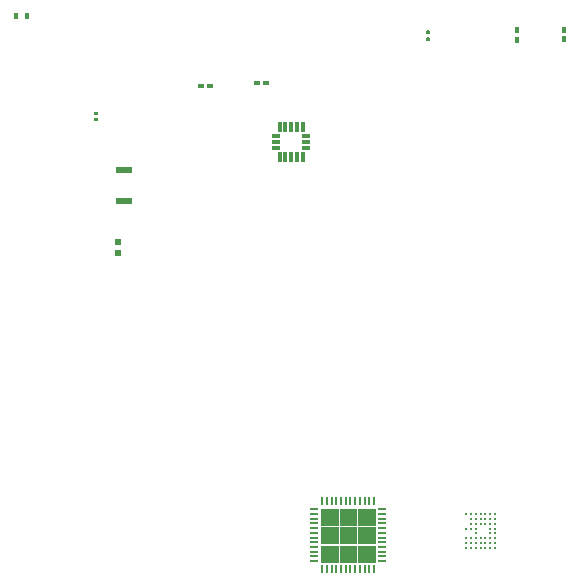
<source format=gtp>
G75*
%MOIN*%
%OFA0B0*%
%FSLAX25Y25*%
%IPPOS*%
%LPD*%
%AMOC8*
5,1,8,0,0,1.08239X$1,22.5*
%
%ADD10R,0.05354X0.02441*%
%ADD11R,0.01200X0.02200*%
%ADD12R,0.02200X0.01200*%
%ADD13R,0.01800X0.02000*%
%ADD14C,0.00709*%
%ADD15R,0.02441X0.02283*%
%ADD16C,0.00197*%
%ADD17C,0.00787*%
%ADD18R,0.01181X0.03642*%
%ADD19R,0.03150X0.01181*%
%ADD20R,0.02600X0.01000*%
%ADD21R,0.01000X0.02600*%
%ADD22C,0.00100*%
D10*
X0063965Y0228454D03*
X0063965Y0238612D03*
D11*
X0194984Y0282261D03*
X0194984Y0285361D03*
X0210463Y0285557D03*
X0210463Y0282457D03*
D12*
X0111314Y0267772D03*
X0108214Y0267772D03*
X0092698Y0266916D03*
X0089598Y0266916D03*
D13*
X0031717Y0290009D03*
X0028117Y0290009D03*
D14*
X0165072Y0285065D02*
X0165072Y0284435D01*
X0165072Y0285065D02*
X0165780Y0285065D01*
X0165780Y0284435D01*
X0165072Y0284435D01*
X0165072Y0282860D02*
X0165072Y0282230D01*
X0165072Y0282860D02*
X0165780Y0282860D01*
X0165780Y0282230D01*
X0165072Y0282230D01*
D15*
X0062024Y0214848D03*
X0062024Y0211147D03*
D16*
X0054833Y0255568D02*
X0054046Y0255568D01*
X0054008Y0255575D01*
X0053976Y0255597D01*
X0053955Y0255629D01*
X0053947Y0255666D01*
X0053947Y0256109D01*
X0053955Y0256147D01*
X0053976Y0256179D01*
X0054008Y0256200D01*
X0054046Y0256208D01*
X0054833Y0256208D01*
X0054871Y0256200D01*
X0054903Y0256179D01*
X0054924Y0256147D01*
X0054932Y0256109D01*
X0054932Y0255912D01*
X0054932Y0255666D01*
X0054924Y0255629D01*
X0054903Y0255597D01*
X0054871Y0255575D01*
X0054833Y0255568D01*
X0054932Y0255726D02*
X0053947Y0255726D01*
X0053947Y0255922D02*
X0054932Y0255922D01*
X0054930Y0256117D02*
X0053949Y0256117D01*
X0054046Y0257487D02*
X0054833Y0257487D01*
X0054871Y0257495D01*
X0054903Y0257516D01*
X0054924Y0257548D01*
X0054932Y0257586D01*
X0054932Y0257782D01*
X0054932Y0258028D01*
X0054924Y0258066D01*
X0054903Y0258098D01*
X0054871Y0258119D01*
X0054833Y0258127D01*
X0054046Y0258127D01*
X0054008Y0258119D01*
X0053976Y0258098D01*
X0053955Y0258066D01*
X0053947Y0258028D01*
X0053947Y0257586D01*
X0053955Y0257548D01*
X0053976Y0257516D01*
X0054008Y0257495D01*
X0054046Y0257487D01*
X0053947Y0257680D02*
X0054932Y0257680D01*
X0054932Y0257875D02*
X0053947Y0257875D01*
X0053958Y0258071D02*
X0054921Y0258071D01*
D17*
X0178083Y0123963D03*
X0179657Y0123963D03*
X0179657Y0122388D03*
X0179657Y0120814D03*
X0181232Y0120814D03*
X0181232Y0122388D03*
X0182807Y0122388D03*
X0182807Y0120814D03*
X0184382Y0120814D03*
X0184382Y0122388D03*
X0185957Y0122388D03*
X0185957Y0120814D03*
X0187531Y0120814D03*
X0187531Y0122388D03*
X0187531Y0123963D03*
X0185957Y0123963D03*
X0184382Y0123963D03*
X0182807Y0123963D03*
X0181232Y0123963D03*
X0181232Y0119239D03*
X0179657Y0119239D03*
X0178083Y0119239D03*
X0178083Y0116089D03*
X0179657Y0116089D03*
X0179657Y0114514D03*
X0179657Y0112940D03*
X0178083Y0112940D03*
X0178083Y0114514D03*
X0181232Y0114514D03*
X0181232Y0112940D03*
X0182807Y0112940D03*
X0182807Y0114514D03*
X0184382Y0114514D03*
X0184382Y0112940D03*
X0185957Y0112940D03*
X0187531Y0112940D03*
X0187531Y0114514D03*
X0185957Y0114514D03*
X0185957Y0116089D03*
X0187531Y0116089D03*
X0187531Y0117664D03*
X0185957Y0117664D03*
X0185957Y0119239D03*
X0187531Y0119239D03*
X0184382Y0116089D03*
X0182807Y0116089D03*
X0181232Y0116089D03*
X0181232Y0117664D03*
D18*
X0123676Y0243093D03*
X0121707Y0243093D03*
X0119739Y0243093D03*
X0117770Y0243093D03*
X0115802Y0243093D03*
X0115802Y0253231D03*
X0117770Y0253231D03*
X0119739Y0253231D03*
X0121707Y0253231D03*
X0123676Y0253231D03*
D19*
X0124759Y0250130D03*
X0124759Y0248162D03*
X0124759Y0246193D03*
X0114719Y0246193D03*
X0114719Y0248162D03*
X0114719Y0250130D03*
D20*
X0127333Y0108383D03*
X0127333Y0109957D03*
X0127333Y0111532D03*
X0127333Y0113107D03*
X0127333Y0114682D03*
X0127333Y0116257D03*
X0127333Y0117831D03*
X0127333Y0119406D03*
X0127333Y0120981D03*
X0127333Y0122556D03*
X0127333Y0124131D03*
X0127333Y0125705D03*
X0149933Y0125705D03*
X0149933Y0124131D03*
X0149933Y0122556D03*
X0149933Y0120981D03*
X0149933Y0119406D03*
X0149933Y0117831D03*
X0149933Y0116257D03*
X0149933Y0114682D03*
X0149933Y0113107D03*
X0149933Y0111532D03*
X0149933Y0109957D03*
X0149933Y0108383D03*
D21*
X0147295Y0105744D03*
X0145720Y0105744D03*
X0144145Y0105744D03*
X0142570Y0105744D03*
X0140996Y0105744D03*
X0139421Y0105744D03*
X0137846Y0105744D03*
X0136271Y0105744D03*
X0134696Y0105744D03*
X0133122Y0105744D03*
X0131547Y0105744D03*
X0129972Y0105744D03*
X0129972Y0128344D03*
X0131547Y0128344D03*
X0133122Y0128344D03*
X0134696Y0128344D03*
X0136271Y0128344D03*
X0137846Y0128344D03*
X0139421Y0128344D03*
X0140996Y0128344D03*
X0142570Y0128344D03*
X0144145Y0128344D03*
X0145720Y0128344D03*
X0147295Y0128344D03*
D22*
X0147490Y0125900D02*
X0142110Y0125900D01*
X0142110Y0120521D01*
X0147490Y0120521D01*
X0147490Y0125900D01*
X0147490Y0125895D02*
X0142110Y0125895D01*
X0142110Y0125796D02*
X0147490Y0125796D01*
X0147490Y0125698D02*
X0142110Y0125698D01*
X0142110Y0125599D02*
X0147490Y0125599D01*
X0147490Y0125501D02*
X0142110Y0125501D01*
X0142110Y0125402D02*
X0147490Y0125402D01*
X0147490Y0125304D02*
X0142110Y0125304D01*
X0142110Y0125205D02*
X0147490Y0125205D01*
X0147490Y0125107D02*
X0142110Y0125107D01*
X0142110Y0125008D02*
X0147490Y0125008D01*
X0147490Y0124910D02*
X0142110Y0124910D01*
X0142110Y0124811D02*
X0147490Y0124811D01*
X0147490Y0124713D02*
X0142110Y0124713D01*
X0142110Y0124614D02*
X0147490Y0124614D01*
X0147490Y0124516D02*
X0142110Y0124516D01*
X0142110Y0124417D02*
X0147490Y0124417D01*
X0147490Y0124319D02*
X0142110Y0124319D01*
X0142110Y0124220D02*
X0147490Y0124220D01*
X0147490Y0124122D02*
X0142110Y0124122D01*
X0142110Y0124023D02*
X0147490Y0124023D01*
X0147490Y0123925D02*
X0142110Y0123925D01*
X0142110Y0123826D02*
X0147490Y0123826D01*
X0147490Y0123728D02*
X0142110Y0123728D01*
X0142110Y0123629D02*
X0147490Y0123629D01*
X0147490Y0123530D02*
X0142110Y0123530D01*
X0142110Y0123432D02*
X0147490Y0123432D01*
X0147490Y0123333D02*
X0142110Y0123333D01*
X0142110Y0123235D02*
X0147490Y0123235D01*
X0147490Y0123136D02*
X0142110Y0123136D01*
X0142110Y0123038D02*
X0147490Y0123038D01*
X0147490Y0122939D02*
X0142110Y0122939D01*
X0142110Y0122841D02*
X0147490Y0122841D01*
X0147490Y0122742D02*
X0142110Y0122742D01*
X0142110Y0122644D02*
X0147490Y0122644D01*
X0147490Y0122545D02*
X0142110Y0122545D01*
X0142110Y0122447D02*
X0147490Y0122447D01*
X0147490Y0122348D02*
X0142110Y0122348D01*
X0142110Y0122250D02*
X0147490Y0122250D01*
X0147490Y0122151D02*
X0142110Y0122151D01*
X0142110Y0122053D02*
X0147490Y0122053D01*
X0147490Y0121954D02*
X0142110Y0121954D01*
X0142110Y0121856D02*
X0147490Y0121856D01*
X0147490Y0121757D02*
X0142110Y0121757D01*
X0142110Y0121659D02*
X0147490Y0121659D01*
X0147490Y0121560D02*
X0142110Y0121560D01*
X0142110Y0121462D02*
X0147490Y0121462D01*
X0147490Y0121363D02*
X0142110Y0121363D01*
X0142110Y0121265D02*
X0147490Y0121265D01*
X0147490Y0121166D02*
X0142110Y0121166D01*
X0142110Y0121068D02*
X0147490Y0121068D01*
X0147490Y0120969D02*
X0142110Y0120969D01*
X0142110Y0120871D02*
X0147490Y0120871D01*
X0147490Y0120772D02*
X0142110Y0120772D01*
X0142110Y0120674D02*
X0147490Y0120674D01*
X0147490Y0120575D02*
X0142110Y0120575D01*
X0141323Y0120575D02*
X0135944Y0120575D01*
X0135944Y0120521D02*
X0141323Y0120521D01*
X0141323Y0125900D01*
X0135944Y0125900D01*
X0135944Y0120521D01*
X0135944Y0120674D02*
X0141323Y0120674D01*
X0141323Y0120772D02*
X0135944Y0120772D01*
X0135944Y0120871D02*
X0141323Y0120871D01*
X0141323Y0120969D02*
X0135944Y0120969D01*
X0135944Y0121068D02*
X0141323Y0121068D01*
X0141323Y0121166D02*
X0135944Y0121166D01*
X0135944Y0121265D02*
X0141323Y0121265D01*
X0141323Y0121363D02*
X0135944Y0121363D01*
X0135944Y0121462D02*
X0141323Y0121462D01*
X0141323Y0121560D02*
X0135944Y0121560D01*
X0135944Y0121659D02*
X0141323Y0121659D01*
X0141323Y0121757D02*
X0135944Y0121757D01*
X0135944Y0121856D02*
X0141323Y0121856D01*
X0141323Y0121954D02*
X0135944Y0121954D01*
X0135944Y0122053D02*
X0141323Y0122053D01*
X0141323Y0122151D02*
X0135944Y0122151D01*
X0135944Y0122250D02*
X0141323Y0122250D01*
X0141323Y0122348D02*
X0135944Y0122348D01*
X0135944Y0122447D02*
X0141323Y0122447D01*
X0141323Y0122545D02*
X0135944Y0122545D01*
X0135944Y0122644D02*
X0141323Y0122644D01*
X0141323Y0122742D02*
X0135944Y0122742D01*
X0135944Y0122841D02*
X0141323Y0122841D01*
X0141323Y0122939D02*
X0135944Y0122939D01*
X0135944Y0123038D02*
X0141323Y0123038D01*
X0141323Y0123136D02*
X0135944Y0123136D01*
X0135944Y0123235D02*
X0141323Y0123235D01*
X0141323Y0123333D02*
X0135944Y0123333D01*
X0135944Y0123432D02*
X0141323Y0123432D01*
X0141323Y0123530D02*
X0135944Y0123530D01*
X0135944Y0123629D02*
X0141323Y0123629D01*
X0141323Y0123728D02*
X0135944Y0123728D01*
X0135944Y0123826D02*
X0141323Y0123826D01*
X0141323Y0123925D02*
X0135944Y0123925D01*
X0135944Y0124023D02*
X0141323Y0124023D01*
X0141323Y0124122D02*
X0135944Y0124122D01*
X0135944Y0124220D02*
X0141323Y0124220D01*
X0141323Y0124319D02*
X0135944Y0124319D01*
X0135944Y0124417D02*
X0141323Y0124417D01*
X0141323Y0124516D02*
X0135944Y0124516D01*
X0135944Y0124614D02*
X0141323Y0124614D01*
X0141323Y0124713D02*
X0135944Y0124713D01*
X0135944Y0124811D02*
X0141323Y0124811D01*
X0141323Y0124910D02*
X0135944Y0124910D01*
X0135944Y0125008D02*
X0141323Y0125008D01*
X0141323Y0125107D02*
X0135944Y0125107D01*
X0135944Y0125205D02*
X0141323Y0125205D01*
X0141323Y0125304D02*
X0135944Y0125304D01*
X0135944Y0125402D02*
X0141323Y0125402D01*
X0141323Y0125501D02*
X0135944Y0125501D01*
X0135944Y0125599D02*
X0141323Y0125599D01*
X0141323Y0125698D02*
X0135944Y0125698D01*
X0135944Y0125796D02*
X0141323Y0125796D01*
X0141323Y0125895D02*
X0135944Y0125895D01*
X0135156Y0125895D02*
X0129777Y0125895D01*
X0129777Y0125900D02*
X0135156Y0125900D01*
X0135156Y0120521D01*
X0129777Y0120521D01*
X0129777Y0125900D01*
X0129777Y0125796D02*
X0135156Y0125796D01*
X0135156Y0125698D02*
X0129777Y0125698D01*
X0129777Y0125599D02*
X0135156Y0125599D01*
X0135156Y0125501D02*
X0129777Y0125501D01*
X0129777Y0125402D02*
X0135156Y0125402D01*
X0135156Y0125304D02*
X0129777Y0125304D01*
X0129777Y0125205D02*
X0135156Y0125205D01*
X0135156Y0125107D02*
X0129777Y0125107D01*
X0129777Y0125008D02*
X0135156Y0125008D01*
X0135156Y0124910D02*
X0129777Y0124910D01*
X0129777Y0124811D02*
X0135156Y0124811D01*
X0135156Y0124713D02*
X0129777Y0124713D01*
X0129777Y0124614D02*
X0135156Y0124614D01*
X0135156Y0124516D02*
X0129777Y0124516D01*
X0129777Y0124417D02*
X0135156Y0124417D01*
X0135156Y0124319D02*
X0129777Y0124319D01*
X0129777Y0124220D02*
X0135156Y0124220D01*
X0135156Y0124122D02*
X0129777Y0124122D01*
X0129777Y0124023D02*
X0135156Y0124023D01*
X0135156Y0123925D02*
X0129777Y0123925D01*
X0129777Y0123826D02*
X0135156Y0123826D01*
X0135156Y0123728D02*
X0129777Y0123728D01*
X0129777Y0123629D02*
X0135156Y0123629D01*
X0135156Y0123530D02*
X0129777Y0123530D01*
X0129777Y0123432D02*
X0135156Y0123432D01*
X0135156Y0123333D02*
X0129777Y0123333D01*
X0129777Y0123235D02*
X0135156Y0123235D01*
X0135156Y0123136D02*
X0129777Y0123136D01*
X0129777Y0123038D02*
X0135156Y0123038D01*
X0135156Y0122939D02*
X0129777Y0122939D01*
X0129777Y0122841D02*
X0135156Y0122841D01*
X0135156Y0122742D02*
X0129777Y0122742D01*
X0129777Y0122644D02*
X0135156Y0122644D01*
X0135156Y0122545D02*
X0129777Y0122545D01*
X0129777Y0122447D02*
X0135156Y0122447D01*
X0135156Y0122348D02*
X0129777Y0122348D01*
X0129777Y0122250D02*
X0135156Y0122250D01*
X0135156Y0122151D02*
X0129777Y0122151D01*
X0129777Y0122053D02*
X0135156Y0122053D01*
X0135156Y0121954D02*
X0129777Y0121954D01*
X0129777Y0121856D02*
X0135156Y0121856D01*
X0135156Y0121757D02*
X0129777Y0121757D01*
X0129777Y0121659D02*
X0135156Y0121659D01*
X0135156Y0121560D02*
X0129777Y0121560D01*
X0129777Y0121462D02*
X0135156Y0121462D01*
X0135156Y0121363D02*
X0129777Y0121363D01*
X0129777Y0121265D02*
X0135156Y0121265D01*
X0135156Y0121166D02*
X0129777Y0121166D01*
X0129777Y0121068D02*
X0135156Y0121068D01*
X0135156Y0120969D02*
X0129777Y0120969D01*
X0129777Y0120871D02*
X0135156Y0120871D01*
X0135156Y0120772D02*
X0129777Y0120772D01*
X0129777Y0120674D02*
X0135156Y0120674D01*
X0135156Y0120575D02*
X0129777Y0120575D01*
X0129777Y0119734D02*
X0135156Y0119734D01*
X0135156Y0114354D01*
X0129777Y0114354D01*
X0129777Y0119734D01*
X0129777Y0119689D02*
X0135156Y0119689D01*
X0135156Y0119590D02*
X0129777Y0119590D01*
X0129777Y0119492D02*
X0135156Y0119492D01*
X0135156Y0119393D02*
X0129777Y0119393D01*
X0129777Y0119295D02*
X0135156Y0119295D01*
X0135156Y0119196D02*
X0129777Y0119196D01*
X0129777Y0119097D02*
X0135156Y0119097D01*
X0135156Y0118999D02*
X0129777Y0118999D01*
X0129777Y0118900D02*
X0135156Y0118900D01*
X0135156Y0118802D02*
X0129777Y0118802D01*
X0129777Y0118703D02*
X0135156Y0118703D01*
X0135156Y0118605D02*
X0129777Y0118605D01*
X0129777Y0118506D02*
X0135156Y0118506D01*
X0135156Y0118408D02*
X0129777Y0118408D01*
X0129777Y0118309D02*
X0135156Y0118309D01*
X0135156Y0118211D02*
X0129777Y0118211D01*
X0129777Y0118112D02*
X0135156Y0118112D01*
X0135156Y0118014D02*
X0129777Y0118014D01*
X0129777Y0117915D02*
X0135156Y0117915D01*
X0135156Y0117817D02*
X0129777Y0117817D01*
X0129777Y0117718D02*
X0135156Y0117718D01*
X0135156Y0117620D02*
X0129777Y0117620D01*
X0129777Y0117521D02*
X0135156Y0117521D01*
X0135156Y0117423D02*
X0129777Y0117423D01*
X0129777Y0117324D02*
X0135156Y0117324D01*
X0135156Y0117226D02*
X0129777Y0117226D01*
X0129777Y0117127D02*
X0135156Y0117127D01*
X0135156Y0117029D02*
X0129777Y0117029D01*
X0129777Y0116930D02*
X0135156Y0116930D01*
X0135156Y0116832D02*
X0129777Y0116832D01*
X0129777Y0116733D02*
X0135156Y0116733D01*
X0135156Y0116635D02*
X0129777Y0116635D01*
X0129777Y0116536D02*
X0135156Y0116536D01*
X0135156Y0116438D02*
X0129777Y0116438D01*
X0129777Y0116339D02*
X0135156Y0116339D01*
X0135156Y0116241D02*
X0129777Y0116241D01*
X0129777Y0116142D02*
X0135156Y0116142D01*
X0135156Y0116044D02*
X0129777Y0116044D01*
X0129777Y0115945D02*
X0135156Y0115945D01*
X0135156Y0115847D02*
X0129777Y0115847D01*
X0129777Y0115748D02*
X0135156Y0115748D01*
X0135156Y0115650D02*
X0129777Y0115650D01*
X0129777Y0115551D02*
X0135156Y0115551D01*
X0135156Y0115453D02*
X0129777Y0115453D01*
X0129777Y0115354D02*
X0135156Y0115354D01*
X0135156Y0115256D02*
X0129777Y0115256D01*
X0129777Y0115157D02*
X0135156Y0115157D01*
X0135156Y0115059D02*
X0129777Y0115059D01*
X0129777Y0114960D02*
X0135156Y0114960D01*
X0135156Y0114861D02*
X0129777Y0114861D01*
X0129777Y0114763D02*
X0135156Y0114763D01*
X0135156Y0114664D02*
X0129777Y0114664D01*
X0129777Y0114566D02*
X0135156Y0114566D01*
X0135156Y0114467D02*
X0129777Y0114467D01*
X0129777Y0114369D02*
X0135156Y0114369D01*
X0135944Y0114369D02*
X0141323Y0114369D01*
X0141323Y0114354D02*
X0141323Y0119734D01*
X0135944Y0119734D01*
X0135944Y0114354D01*
X0141323Y0114354D01*
X0141323Y0114467D02*
X0135944Y0114467D01*
X0135944Y0114566D02*
X0141323Y0114566D01*
X0141323Y0114664D02*
X0135944Y0114664D01*
X0135944Y0114763D02*
X0141323Y0114763D01*
X0141323Y0114861D02*
X0135944Y0114861D01*
X0135944Y0114960D02*
X0141323Y0114960D01*
X0141323Y0115059D02*
X0135944Y0115059D01*
X0135944Y0115157D02*
X0141323Y0115157D01*
X0141323Y0115256D02*
X0135944Y0115256D01*
X0135944Y0115354D02*
X0141323Y0115354D01*
X0141323Y0115453D02*
X0135944Y0115453D01*
X0135944Y0115551D02*
X0141323Y0115551D01*
X0141323Y0115650D02*
X0135944Y0115650D01*
X0135944Y0115748D02*
X0141323Y0115748D01*
X0141323Y0115847D02*
X0135944Y0115847D01*
X0135944Y0115945D02*
X0141323Y0115945D01*
X0141323Y0116044D02*
X0135944Y0116044D01*
X0135944Y0116142D02*
X0141323Y0116142D01*
X0141323Y0116241D02*
X0135944Y0116241D01*
X0135944Y0116339D02*
X0141323Y0116339D01*
X0141323Y0116438D02*
X0135944Y0116438D01*
X0135944Y0116536D02*
X0141323Y0116536D01*
X0141323Y0116635D02*
X0135944Y0116635D01*
X0135944Y0116733D02*
X0141323Y0116733D01*
X0141323Y0116832D02*
X0135944Y0116832D01*
X0135944Y0116930D02*
X0141323Y0116930D01*
X0141323Y0117029D02*
X0135944Y0117029D01*
X0135944Y0117127D02*
X0141323Y0117127D01*
X0141323Y0117226D02*
X0135944Y0117226D01*
X0135944Y0117324D02*
X0141323Y0117324D01*
X0141323Y0117423D02*
X0135944Y0117423D01*
X0135944Y0117521D02*
X0141323Y0117521D01*
X0141323Y0117620D02*
X0135944Y0117620D01*
X0135944Y0117718D02*
X0141323Y0117718D01*
X0141323Y0117817D02*
X0135944Y0117817D01*
X0135944Y0117915D02*
X0141323Y0117915D01*
X0141323Y0118014D02*
X0135944Y0118014D01*
X0135944Y0118112D02*
X0141323Y0118112D01*
X0141323Y0118211D02*
X0135944Y0118211D01*
X0135944Y0118309D02*
X0141323Y0118309D01*
X0141323Y0118408D02*
X0135944Y0118408D01*
X0135944Y0118506D02*
X0141323Y0118506D01*
X0141323Y0118605D02*
X0135944Y0118605D01*
X0135944Y0118703D02*
X0141323Y0118703D01*
X0141323Y0118802D02*
X0135944Y0118802D01*
X0135944Y0118900D02*
X0141323Y0118900D01*
X0141323Y0118999D02*
X0135944Y0118999D01*
X0135944Y0119097D02*
X0141323Y0119097D01*
X0141323Y0119196D02*
X0135944Y0119196D01*
X0135944Y0119295D02*
X0141323Y0119295D01*
X0141323Y0119393D02*
X0135944Y0119393D01*
X0135944Y0119492D02*
X0141323Y0119492D01*
X0141323Y0119590D02*
X0135944Y0119590D01*
X0135944Y0119689D02*
X0141323Y0119689D01*
X0142110Y0119689D02*
X0147490Y0119689D01*
X0147490Y0119734D02*
X0142110Y0119734D01*
X0142110Y0114354D01*
X0147490Y0114354D01*
X0147490Y0119734D01*
X0147490Y0119590D02*
X0142110Y0119590D01*
X0142110Y0119492D02*
X0147490Y0119492D01*
X0147490Y0119393D02*
X0142110Y0119393D01*
X0142110Y0119295D02*
X0147490Y0119295D01*
X0147490Y0119196D02*
X0142110Y0119196D01*
X0142110Y0119097D02*
X0147490Y0119097D01*
X0147490Y0118999D02*
X0142110Y0118999D01*
X0142110Y0118900D02*
X0147490Y0118900D01*
X0147490Y0118802D02*
X0142110Y0118802D01*
X0142110Y0118703D02*
X0147490Y0118703D01*
X0147490Y0118605D02*
X0142110Y0118605D01*
X0142110Y0118506D02*
X0147490Y0118506D01*
X0147490Y0118408D02*
X0142110Y0118408D01*
X0142110Y0118309D02*
X0147490Y0118309D01*
X0147490Y0118211D02*
X0142110Y0118211D01*
X0142110Y0118112D02*
X0147490Y0118112D01*
X0147490Y0118014D02*
X0142110Y0118014D01*
X0142110Y0117915D02*
X0147490Y0117915D01*
X0147490Y0117817D02*
X0142110Y0117817D01*
X0142110Y0117718D02*
X0147490Y0117718D01*
X0147490Y0117620D02*
X0142110Y0117620D01*
X0142110Y0117521D02*
X0147490Y0117521D01*
X0147490Y0117423D02*
X0142110Y0117423D01*
X0142110Y0117324D02*
X0147490Y0117324D01*
X0147490Y0117226D02*
X0142110Y0117226D01*
X0142110Y0117127D02*
X0147490Y0117127D01*
X0147490Y0117029D02*
X0142110Y0117029D01*
X0142110Y0116930D02*
X0147490Y0116930D01*
X0147490Y0116832D02*
X0142110Y0116832D01*
X0142110Y0116733D02*
X0147490Y0116733D01*
X0147490Y0116635D02*
X0142110Y0116635D01*
X0142110Y0116536D02*
X0147490Y0116536D01*
X0147490Y0116438D02*
X0142110Y0116438D01*
X0142110Y0116339D02*
X0147490Y0116339D01*
X0147490Y0116241D02*
X0142110Y0116241D01*
X0142110Y0116142D02*
X0147490Y0116142D01*
X0147490Y0116044D02*
X0142110Y0116044D01*
X0142110Y0115945D02*
X0147490Y0115945D01*
X0147490Y0115847D02*
X0142110Y0115847D01*
X0142110Y0115748D02*
X0147490Y0115748D01*
X0147490Y0115650D02*
X0142110Y0115650D01*
X0142110Y0115551D02*
X0147490Y0115551D01*
X0147490Y0115453D02*
X0142110Y0115453D01*
X0142110Y0115354D02*
X0147490Y0115354D01*
X0147490Y0115256D02*
X0142110Y0115256D01*
X0142110Y0115157D02*
X0147490Y0115157D01*
X0147490Y0115059D02*
X0142110Y0115059D01*
X0142110Y0114960D02*
X0147490Y0114960D01*
X0147490Y0114861D02*
X0142110Y0114861D01*
X0142110Y0114763D02*
X0147490Y0114763D01*
X0147490Y0114664D02*
X0142110Y0114664D01*
X0142110Y0114566D02*
X0147490Y0114566D01*
X0147490Y0114467D02*
X0142110Y0114467D01*
X0142110Y0114369D02*
X0147490Y0114369D01*
X0147490Y0113567D02*
X0142110Y0113567D01*
X0142110Y0108188D01*
X0147490Y0108188D01*
X0147490Y0113567D01*
X0147490Y0113482D02*
X0142110Y0113482D01*
X0142110Y0113384D02*
X0147490Y0113384D01*
X0147490Y0113285D02*
X0142110Y0113285D01*
X0142110Y0113187D02*
X0147490Y0113187D01*
X0147490Y0113088D02*
X0142110Y0113088D01*
X0142110Y0112990D02*
X0147490Y0112990D01*
X0147490Y0112891D02*
X0142110Y0112891D01*
X0142110Y0112793D02*
X0147490Y0112793D01*
X0147490Y0112694D02*
X0142110Y0112694D01*
X0142110Y0112596D02*
X0147490Y0112596D01*
X0147490Y0112497D02*
X0142110Y0112497D01*
X0142110Y0112399D02*
X0147490Y0112399D01*
X0147490Y0112300D02*
X0142110Y0112300D01*
X0142110Y0112202D02*
X0147490Y0112202D01*
X0147490Y0112103D02*
X0142110Y0112103D01*
X0142110Y0112005D02*
X0147490Y0112005D01*
X0147490Y0111906D02*
X0142110Y0111906D01*
X0142110Y0111808D02*
X0147490Y0111808D01*
X0147490Y0111709D02*
X0142110Y0111709D01*
X0142110Y0111611D02*
X0147490Y0111611D01*
X0147490Y0111512D02*
X0142110Y0111512D01*
X0142110Y0111414D02*
X0147490Y0111414D01*
X0147490Y0111315D02*
X0142110Y0111315D01*
X0142110Y0111217D02*
X0147490Y0111217D01*
X0147490Y0111118D02*
X0142110Y0111118D01*
X0142110Y0111020D02*
X0147490Y0111020D01*
X0147490Y0110921D02*
X0142110Y0110921D01*
X0142110Y0110823D02*
X0147490Y0110823D01*
X0147490Y0110724D02*
X0142110Y0110724D01*
X0142110Y0110626D02*
X0147490Y0110626D01*
X0147490Y0110527D02*
X0142110Y0110527D01*
X0142110Y0110428D02*
X0147490Y0110428D01*
X0147490Y0110330D02*
X0142110Y0110330D01*
X0142110Y0110231D02*
X0147490Y0110231D01*
X0147490Y0110133D02*
X0142110Y0110133D01*
X0142110Y0110034D02*
X0147490Y0110034D01*
X0147490Y0109936D02*
X0142110Y0109936D01*
X0142110Y0109837D02*
X0147490Y0109837D01*
X0147490Y0109739D02*
X0142110Y0109739D01*
X0142110Y0109640D02*
X0147490Y0109640D01*
X0147490Y0109542D02*
X0142110Y0109542D01*
X0142110Y0109443D02*
X0147490Y0109443D01*
X0147490Y0109345D02*
X0142110Y0109345D01*
X0142110Y0109246D02*
X0147490Y0109246D01*
X0147490Y0109148D02*
X0142110Y0109148D01*
X0142110Y0109049D02*
X0147490Y0109049D01*
X0147490Y0108951D02*
X0142110Y0108951D01*
X0142110Y0108852D02*
X0147490Y0108852D01*
X0147490Y0108754D02*
X0142110Y0108754D01*
X0142110Y0108655D02*
X0147490Y0108655D01*
X0147490Y0108557D02*
X0142110Y0108557D01*
X0142110Y0108458D02*
X0147490Y0108458D01*
X0147490Y0108360D02*
X0142110Y0108360D01*
X0142110Y0108261D02*
X0147490Y0108261D01*
X0141323Y0108261D02*
X0135944Y0108261D01*
X0135944Y0108188D02*
X0141323Y0108188D01*
X0141323Y0113567D01*
X0135944Y0113567D01*
X0135944Y0108188D01*
X0135944Y0108360D02*
X0141323Y0108360D01*
X0141323Y0108458D02*
X0135944Y0108458D01*
X0135944Y0108557D02*
X0141323Y0108557D01*
X0141323Y0108655D02*
X0135944Y0108655D01*
X0135944Y0108754D02*
X0141323Y0108754D01*
X0141323Y0108852D02*
X0135944Y0108852D01*
X0135944Y0108951D02*
X0141323Y0108951D01*
X0141323Y0109049D02*
X0135944Y0109049D01*
X0135944Y0109148D02*
X0141323Y0109148D01*
X0141323Y0109246D02*
X0135944Y0109246D01*
X0135944Y0109345D02*
X0141323Y0109345D01*
X0141323Y0109443D02*
X0135944Y0109443D01*
X0135944Y0109542D02*
X0141323Y0109542D01*
X0141323Y0109640D02*
X0135944Y0109640D01*
X0135944Y0109739D02*
X0141323Y0109739D01*
X0141323Y0109837D02*
X0135944Y0109837D01*
X0135944Y0109936D02*
X0141323Y0109936D01*
X0141323Y0110034D02*
X0135944Y0110034D01*
X0135944Y0110133D02*
X0141323Y0110133D01*
X0141323Y0110231D02*
X0135944Y0110231D01*
X0135944Y0110330D02*
X0141323Y0110330D01*
X0141323Y0110428D02*
X0135944Y0110428D01*
X0135944Y0110527D02*
X0141323Y0110527D01*
X0141323Y0110626D02*
X0135944Y0110626D01*
X0135944Y0110724D02*
X0141323Y0110724D01*
X0141323Y0110823D02*
X0135944Y0110823D01*
X0135944Y0110921D02*
X0141323Y0110921D01*
X0141323Y0111020D02*
X0135944Y0111020D01*
X0135944Y0111118D02*
X0141323Y0111118D01*
X0141323Y0111217D02*
X0135944Y0111217D01*
X0135944Y0111315D02*
X0141323Y0111315D01*
X0141323Y0111414D02*
X0135944Y0111414D01*
X0135944Y0111512D02*
X0141323Y0111512D01*
X0141323Y0111611D02*
X0135944Y0111611D01*
X0135944Y0111709D02*
X0141323Y0111709D01*
X0141323Y0111808D02*
X0135944Y0111808D01*
X0135944Y0111906D02*
X0141323Y0111906D01*
X0141323Y0112005D02*
X0135944Y0112005D01*
X0135944Y0112103D02*
X0141323Y0112103D01*
X0141323Y0112202D02*
X0135944Y0112202D01*
X0135944Y0112300D02*
X0141323Y0112300D01*
X0141323Y0112399D02*
X0135944Y0112399D01*
X0135944Y0112497D02*
X0141323Y0112497D01*
X0141323Y0112596D02*
X0135944Y0112596D01*
X0135944Y0112694D02*
X0141323Y0112694D01*
X0141323Y0112793D02*
X0135944Y0112793D01*
X0135944Y0112891D02*
X0141323Y0112891D01*
X0141323Y0112990D02*
X0135944Y0112990D01*
X0135944Y0113088D02*
X0141323Y0113088D01*
X0141323Y0113187D02*
X0135944Y0113187D01*
X0135944Y0113285D02*
X0141323Y0113285D01*
X0141323Y0113384D02*
X0135944Y0113384D01*
X0135944Y0113482D02*
X0141323Y0113482D01*
X0135156Y0113482D02*
X0129777Y0113482D01*
X0129777Y0113567D02*
X0135156Y0113567D01*
X0135156Y0108188D01*
X0129777Y0108188D01*
X0129777Y0113567D01*
X0129777Y0113384D02*
X0135156Y0113384D01*
X0135156Y0113285D02*
X0129777Y0113285D01*
X0129777Y0113187D02*
X0135156Y0113187D01*
X0135156Y0113088D02*
X0129777Y0113088D01*
X0129777Y0112990D02*
X0135156Y0112990D01*
X0135156Y0112891D02*
X0129777Y0112891D01*
X0129777Y0112793D02*
X0135156Y0112793D01*
X0135156Y0112694D02*
X0129777Y0112694D01*
X0129777Y0112596D02*
X0135156Y0112596D01*
X0135156Y0112497D02*
X0129777Y0112497D01*
X0129777Y0112399D02*
X0135156Y0112399D01*
X0135156Y0112300D02*
X0129777Y0112300D01*
X0129777Y0112202D02*
X0135156Y0112202D01*
X0135156Y0112103D02*
X0129777Y0112103D01*
X0129777Y0112005D02*
X0135156Y0112005D01*
X0135156Y0111906D02*
X0129777Y0111906D01*
X0129777Y0111808D02*
X0135156Y0111808D01*
X0135156Y0111709D02*
X0129777Y0111709D01*
X0129777Y0111611D02*
X0135156Y0111611D01*
X0135156Y0111512D02*
X0129777Y0111512D01*
X0129777Y0111414D02*
X0135156Y0111414D01*
X0135156Y0111315D02*
X0129777Y0111315D01*
X0129777Y0111217D02*
X0135156Y0111217D01*
X0135156Y0111118D02*
X0129777Y0111118D01*
X0129777Y0111020D02*
X0135156Y0111020D01*
X0135156Y0110921D02*
X0129777Y0110921D01*
X0129777Y0110823D02*
X0135156Y0110823D01*
X0135156Y0110724D02*
X0129777Y0110724D01*
X0129777Y0110626D02*
X0135156Y0110626D01*
X0135156Y0110527D02*
X0129777Y0110527D01*
X0129777Y0110428D02*
X0135156Y0110428D01*
X0135156Y0110330D02*
X0129777Y0110330D01*
X0129777Y0110231D02*
X0135156Y0110231D01*
X0135156Y0110133D02*
X0129777Y0110133D01*
X0129777Y0110034D02*
X0135156Y0110034D01*
X0135156Y0109936D02*
X0129777Y0109936D01*
X0129777Y0109837D02*
X0135156Y0109837D01*
X0135156Y0109739D02*
X0129777Y0109739D01*
X0129777Y0109640D02*
X0135156Y0109640D01*
X0135156Y0109542D02*
X0129777Y0109542D01*
X0129777Y0109443D02*
X0135156Y0109443D01*
X0135156Y0109345D02*
X0129777Y0109345D01*
X0129777Y0109246D02*
X0135156Y0109246D01*
X0135156Y0109148D02*
X0129777Y0109148D01*
X0129777Y0109049D02*
X0135156Y0109049D01*
X0135156Y0108951D02*
X0129777Y0108951D01*
X0129777Y0108852D02*
X0135156Y0108852D01*
X0135156Y0108754D02*
X0129777Y0108754D01*
X0129777Y0108655D02*
X0135156Y0108655D01*
X0135156Y0108557D02*
X0129777Y0108557D01*
X0129777Y0108458D02*
X0135156Y0108458D01*
X0135156Y0108360D02*
X0129777Y0108360D01*
X0129777Y0108261D02*
X0135156Y0108261D01*
M02*

</source>
